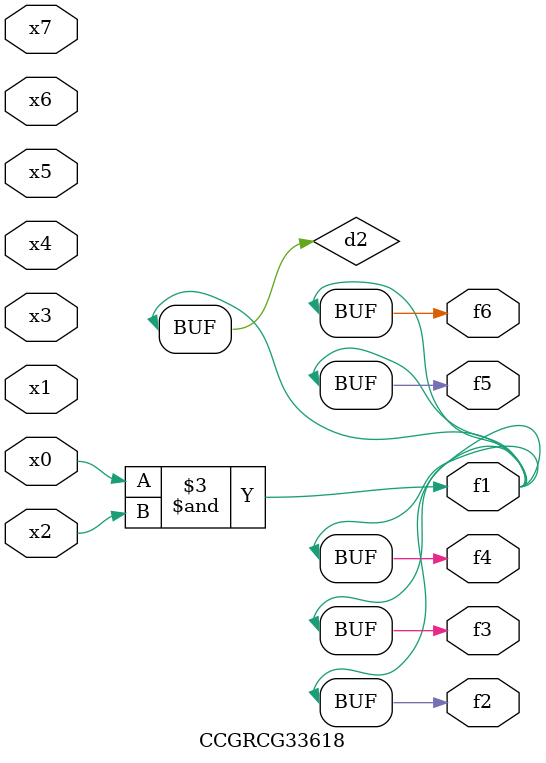
<source format=v>
module CCGRCG33618(
	input x0, x1, x2, x3, x4, x5, x6, x7,
	output f1, f2, f3, f4, f5, f6
);

	wire d1, d2;

	nor (d1, x3, x6);
	and (d2, x0, x2);
	assign f1 = d2;
	assign f2 = d2;
	assign f3 = d2;
	assign f4 = d2;
	assign f5 = d2;
	assign f6 = d2;
endmodule

</source>
